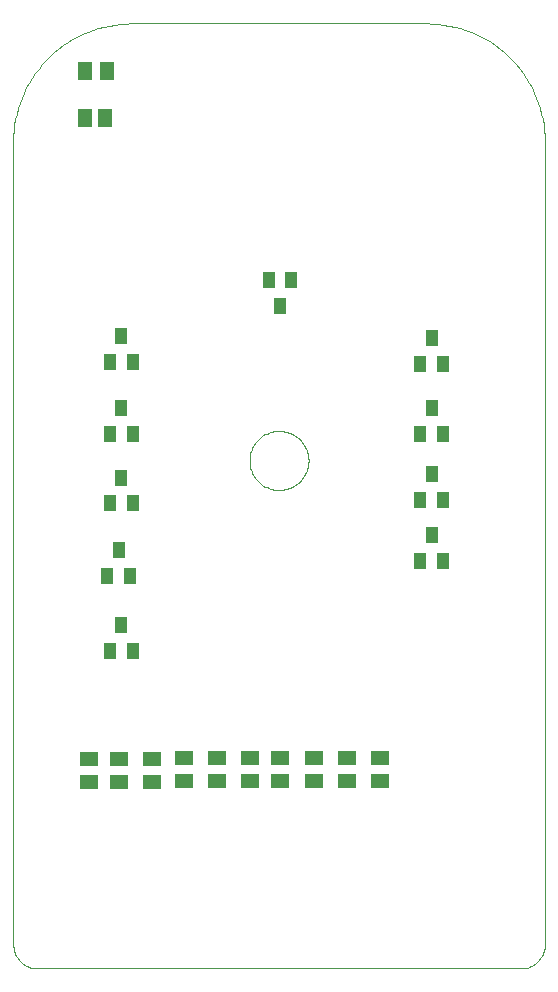
<source format=gtp>
G75*
G70*
%OFA0B0*%
%FSLAX24Y24*%
%IPPOS*%
%LPD*%
%AMOC8*
5,1,8,0,0,1.08239X$1,22.5*
%
%ADD10C,0.0000*%
%ADD11R,0.0630X0.0512*%
%ADD12R,0.0394X0.0551*%
%ADD13R,0.0512X0.0630*%
%ADD14R,0.0512X0.0591*%
D10*
X000100Y000887D02*
X000100Y027659D01*
X000104Y027846D01*
X000118Y028033D01*
X000140Y028219D01*
X000171Y028404D01*
X000211Y028587D01*
X000259Y028768D01*
X000317Y028947D01*
X000382Y029122D01*
X000456Y029294D01*
X000538Y029463D01*
X000627Y029628D01*
X000725Y029788D01*
X000830Y029943D01*
X000942Y030093D01*
X001062Y030237D01*
X001188Y030376D01*
X001320Y030508D01*
X001459Y030634D01*
X001603Y030754D01*
X001753Y030866D01*
X001908Y030971D01*
X002068Y031069D01*
X002233Y031158D01*
X002402Y031240D01*
X002574Y031314D01*
X002749Y031379D01*
X002928Y031437D01*
X003109Y031485D01*
X003292Y031525D01*
X003477Y031556D01*
X003663Y031578D01*
X003850Y031592D01*
X004037Y031596D01*
X013880Y031596D01*
X014067Y031592D01*
X014254Y031578D01*
X014440Y031556D01*
X014625Y031525D01*
X014808Y031485D01*
X014989Y031437D01*
X015168Y031379D01*
X015343Y031314D01*
X015515Y031240D01*
X015684Y031158D01*
X015848Y031069D01*
X016009Y030971D01*
X016164Y030866D01*
X016314Y030754D01*
X016458Y030634D01*
X016597Y030508D01*
X016729Y030376D01*
X016855Y030237D01*
X016975Y030093D01*
X017087Y029943D01*
X017192Y029788D01*
X017290Y029628D01*
X017379Y029463D01*
X017461Y029294D01*
X017535Y029122D01*
X017600Y028947D01*
X017658Y028768D01*
X017706Y028587D01*
X017746Y028404D01*
X017777Y028219D01*
X017799Y028033D01*
X017813Y027846D01*
X017817Y027659D01*
X017817Y000887D01*
X017816Y000887D02*
X017814Y000833D01*
X017809Y000780D01*
X017800Y000727D01*
X017787Y000675D01*
X017771Y000623D01*
X017751Y000573D01*
X017728Y000525D01*
X017701Y000478D01*
X017672Y000433D01*
X017639Y000390D01*
X017604Y000350D01*
X017566Y000312D01*
X017526Y000277D01*
X017483Y000244D01*
X017438Y000215D01*
X017391Y000188D01*
X017343Y000165D01*
X017293Y000145D01*
X017241Y000129D01*
X017189Y000116D01*
X017136Y000107D01*
X017083Y000102D01*
X017029Y000100D01*
X000887Y000100D01*
X000833Y000102D01*
X000780Y000107D01*
X000727Y000116D01*
X000675Y000129D01*
X000623Y000145D01*
X000573Y000165D01*
X000525Y000188D01*
X000478Y000215D01*
X000433Y000244D01*
X000390Y000277D01*
X000350Y000312D01*
X000312Y000350D01*
X000277Y000390D01*
X000244Y000433D01*
X000215Y000478D01*
X000188Y000525D01*
X000165Y000573D01*
X000145Y000623D01*
X000129Y000675D01*
X000116Y000727D01*
X000107Y000780D01*
X000102Y000833D01*
X000100Y000887D01*
X007974Y017029D02*
X007976Y017091D01*
X007982Y017154D01*
X007992Y017215D01*
X008006Y017276D01*
X008023Y017336D01*
X008044Y017395D01*
X008070Y017452D01*
X008098Y017507D01*
X008130Y017561D01*
X008166Y017612D01*
X008204Y017662D01*
X008246Y017708D01*
X008290Y017752D01*
X008338Y017793D01*
X008387Y017831D01*
X008439Y017865D01*
X008493Y017896D01*
X008549Y017924D01*
X008607Y017948D01*
X008666Y017969D01*
X008726Y017985D01*
X008787Y017998D01*
X008849Y018007D01*
X008911Y018012D01*
X008974Y018013D01*
X009036Y018010D01*
X009098Y018003D01*
X009160Y017992D01*
X009220Y017977D01*
X009280Y017959D01*
X009338Y017937D01*
X009395Y017911D01*
X009450Y017881D01*
X009503Y017848D01*
X009554Y017812D01*
X009602Y017773D01*
X009648Y017730D01*
X009691Y017685D01*
X009731Y017637D01*
X009768Y017587D01*
X009802Y017534D01*
X009833Y017480D01*
X009859Y017424D01*
X009883Y017366D01*
X009902Y017306D01*
X009918Y017246D01*
X009930Y017184D01*
X009938Y017123D01*
X009942Y017060D01*
X009942Y016998D01*
X009938Y016935D01*
X009930Y016874D01*
X009918Y016812D01*
X009902Y016752D01*
X009883Y016692D01*
X009859Y016634D01*
X009833Y016578D01*
X009802Y016524D01*
X009768Y016471D01*
X009731Y016421D01*
X009691Y016373D01*
X009648Y016328D01*
X009602Y016285D01*
X009554Y016246D01*
X009503Y016210D01*
X009450Y016177D01*
X009395Y016147D01*
X009338Y016121D01*
X009280Y016099D01*
X009220Y016081D01*
X009160Y016066D01*
X009098Y016055D01*
X009036Y016048D01*
X008974Y016045D01*
X008911Y016046D01*
X008849Y016051D01*
X008787Y016060D01*
X008726Y016073D01*
X008666Y016089D01*
X008607Y016110D01*
X008549Y016134D01*
X008493Y016162D01*
X008439Y016193D01*
X008387Y016227D01*
X008338Y016265D01*
X008290Y016306D01*
X008246Y016350D01*
X008204Y016396D01*
X008166Y016446D01*
X008130Y016497D01*
X008098Y016551D01*
X008070Y016606D01*
X008044Y016663D01*
X008023Y016722D01*
X008006Y016782D01*
X007992Y016843D01*
X007982Y016904D01*
X007976Y016967D01*
X007974Y017029D01*
D11*
X007994Y007108D03*
X007994Y006360D03*
X009002Y006360D03*
X009002Y007108D03*
X010108Y007108D03*
X010108Y006360D03*
X011214Y006360D03*
X011214Y007108D03*
X012320Y007108D03*
X012320Y006360D03*
X006887Y006360D03*
X006887Y007108D03*
X005781Y007108D03*
X005781Y006360D03*
X004722Y006324D03*
X004722Y007072D03*
X003616Y007072D03*
X003616Y006324D03*
X002616Y006324D03*
X002616Y007072D03*
D12*
X003332Y010671D03*
X003706Y011537D03*
X004080Y010671D03*
X003982Y013183D03*
X003608Y014049D03*
X003234Y013183D03*
X003332Y015596D03*
X003706Y016462D03*
X004080Y015596D03*
X004080Y017911D03*
X003706Y018777D03*
X003332Y017911D03*
X003332Y020324D03*
X003706Y021191D03*
X004080Y020324D03*
X008620Y023033D03*
X008994Y022167D03*
X009368Y023033D03*
X013667Y020230D03*
X014041Y021096D03*
X014415Y020230D03*
X014041Y018785D03*
X014415Y017919D03*
X013667Y017919D03*
X014041Y016572D03*
X014415Y015706D03*
X013667Y015706D03*
X014041Y014557D03*
X014415Y013691D03*
X013667Y013691D03*
D13*
X003230Y030021D03*
X002482Y030021D03*
D14*
X002482Y028446D03*
X003151Y028446D03*
M02*

</source>
